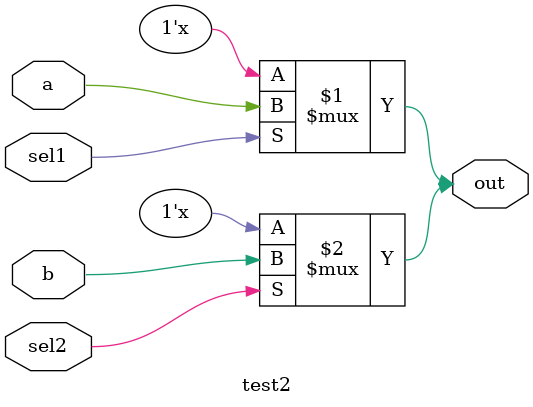
<source format=v>
module test2 (sel1, sel2, a, b, out);
input sel1, sel2, a, b;
output out;
assign out = sel1? a: 1'bz;
assign out = sel2? b: 1'bz;
endmodule


</source>
